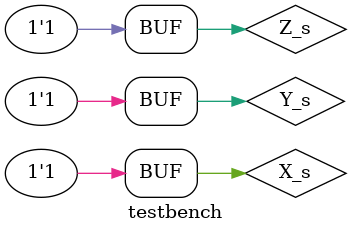
<source format=v>
`timescale 1ns / 1ps

	`timescale 1 ns/1 ns

module testbench();

	reg X_s, Y_s, Z_s;
	wire G_s, H_s;
	
	circuit1 CompToTest(X_s, Y_s, Z_s, G_s);
	circuit2 CompToTest1(X_s, Y_s, Z_s, H_s);
	
	initial begin
		// Test all possible input combinations
		Y_s <= 0; X_s <= 0; Z_s <= 0;
		#10 Y_s <= 1; X_s <= 0; Z_s <= 0;
		#10 Y_s <= 0; X_s <= 1; Z_s <= 0;
		#10 Y_s <= 0; X_s <= 0; Z_s <= 1;
		#10 Y_s <= 1; X_s <= 1; Z_s <= 0;
		#10 Y_s <= 1; X_s <= 0; Z_s <= 1;
		#10 Y_s <= 0; X_s <= 1; Z_s <= 1;
		#10 Y_s <= 1; X_s <= 1; Z_s <= 1;
	end


endmodule

</source>
